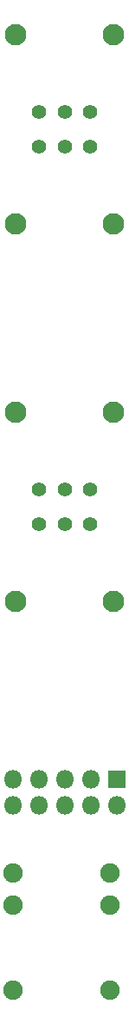
<source format=gbr>
%TF.GenerationSoftware,KiCad,Pcbnew,(5.1.6-0)*%
%TF.CreationDate,2022-12-04T14:57:16-05:00*%
%TF.ProjectId,KickDrum,4b69636b-4472-4756-9d2e-6b696361645f,rev?*%
%TF.SameCoordinates,Original*%
%TF.FileFunction,Soldermask,Bot*%
%TF.FilePolarity,Negative*%
%FSLAX46Y46*%
G04 Gerber Fmt 4.6, Leading zero omitted, Abs format (unit mm)*
G04 Created by KiCad (PCBNEW (5.1.6-0)) date 2022-12-04 14:57:16*
%MOMM*%
%LPD*%
G01*
G04 APERTURE LIST*
%ADD10C,2.100000*%
%ADD11C,1.400000*%
%ADD12C,1.900000*%
%ADD13R,1.800000X1.800000*%
%ADD14O,1.800000X1.800000*%
G04 APERTURE END LIST*
D10*
%TO.C,FREQ1*%
X117120000Y-81280000D03*
X126720000Y-81280000D03*
D11*
X119420000Y-88780000D03*
X121920000Y-88780000D03*
X124420000Y-88780000D03*
%TD*%
D10*
%TO.C,TONE1*%
X126720000Y-136525000D03*
X117120000Y-136525000D03*
D11*
X124420000Y-129025000D03*
X121920000Y-129025000D03*
X119420000Y-129025000D03*
%TD*%
D10*
%TO.C,DIST1*%
X117120000Y-118110000D03*
X126720000Y-118110000D03*
D11*
X119420000Y-125610000D03*
X121920000Y-125610000D03*
X124420000Y-125610000D03*
%TD*%
D10*
%TO.C,DECAY1*%
X126720000Y-99695000D03*
X117120000Y-99695000D03*
D11*
X124420000Y-92195000D03*
X121920000Y-92195000D03*
X119420000Y-92195000D03*
%TD*%
D12*
%TO.C,OUT1*%
X116840000Y-174465000D03*
X116840000Y-163065000D03*
X116840000Y-166165000D03*
%TD*%
D13*
%TO.C,J2*%
X127000000Y-153924000D03*
D14*
X127000000Y-156464000D03*
X124460000Y-153924000D03*
X124460000Y-156464000D03*
X121920000Y-153924000D03*
X121920000Y-156464000D03*
X119380000Y-153924000D03*
X119380000Y-156464000D03*
X116840000Y-153924000D03*
X116840000Y-156464000D03*
%TD*%
D12*
%TO.C,GATE_IN1*%
X126365000Y-174465000D03*
X126365000Y-163065000D03*
X126365000Y-166165000D03*
%TD*%
M02*

</source>
